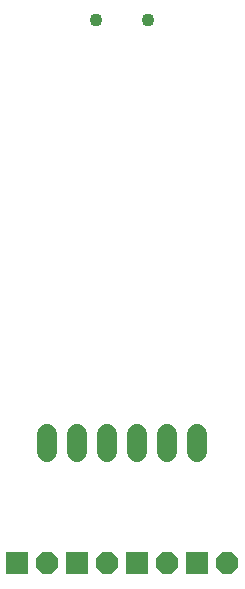
<source format=gbr>
G04 EAGLE Gerber RS-274X export*
G75*
%MOMM*%
%FSLAX34Y34*%
%LPD*%
%INSoldermask Bottom*%
%IPPOS*%
%AMOC8*
5,1,8,0,0,1.08239X$1,22.5*%
G01*
%ADD10C,1.103200*%
%ADD11C,1.727200*%
%ADD12P,2.034460X8X202.500000*%
%ADD13R,1.879600X1.879600*%


D10*
X174400Y523240D03*
X130400Y523240D03*
D11*
X88900Y172720D02*
X88900Y157480D01*
X114300Y157480D02*
X114300Y172720D01*
X139700Y172720D02*
X139700Y157480D01*
X165100Y157480D02*
X165100Y172720D01*
X190500Y172720D02*
X190500Y157480D01*
X215900Y157480D02*
X215900Y172720D01*
D12*
X88900Y63500D03*
D13*
X63500Y63500D03*
D12*
X139700Y63500D03*
D13*
X114300Y63500D03*
D12*
X190500Y63500D03*
D13*
X165100Y63500D03*
D12*
X241300Y63500D03*
D13*
X215900Y63500D03*
M02*

</source>
